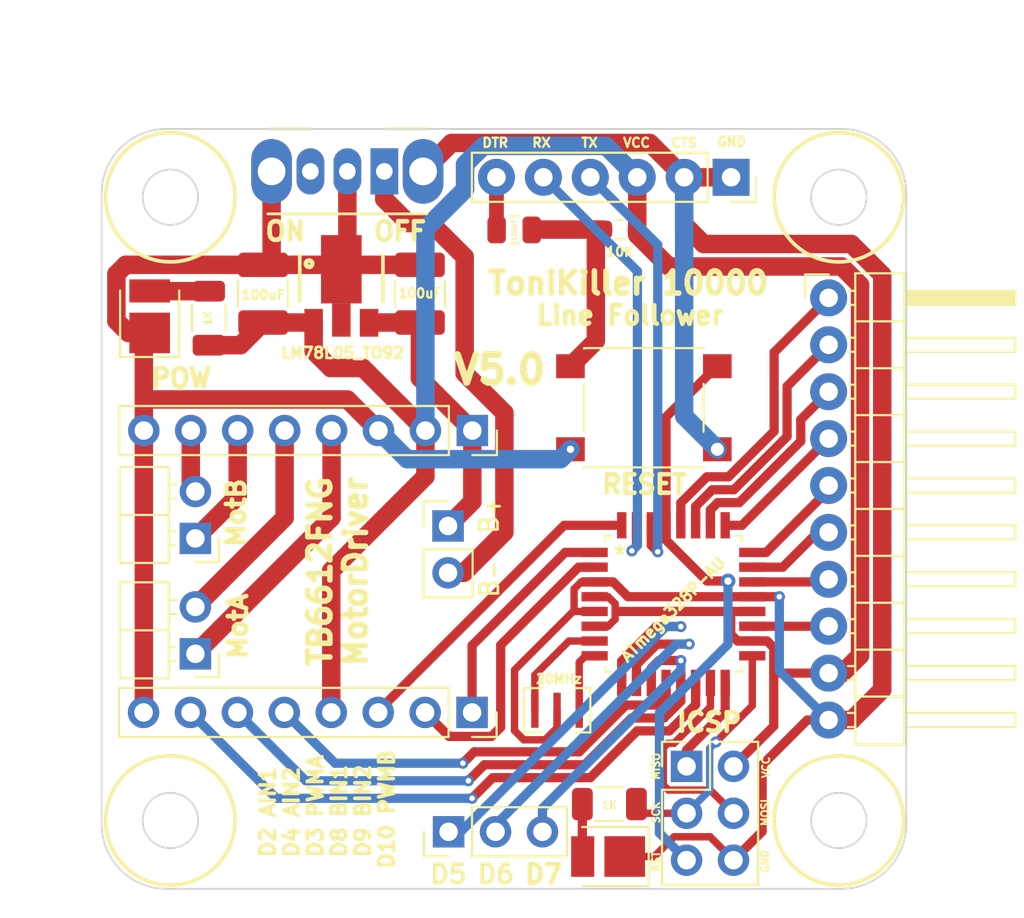
<source format=kicad_pcb>
(kicad_pcb (version 20221018) (generator pcbnew)
  (title_block (title "LineFollowerV5.0") (date "2024-01-10") (rev "10") (company "Tonikiller10000"))
  (layers (0 "F.Cu" signal) (31 "B.Cu" signal) (34 "B.Paste" user) (35 "F.Paste" user) (36 "B.SilkS" user "B.Silkscreen") (37 "F.SilkS" user "F.Silkscreen") (38 "B.Mask" user) (39 "F.Mask" user) (44 "Edge.Cuts" user))
  (net 0 "")
  (footprint "Connector_PinHeader_2.54mm:PinHeader_1x02_P2.54mm_Horizontal" (layer "F.Cu") (at 110.875 111.835 180)
    (fp_text reference "J7" hide)
    (fp_text value "MotB" (at -2.2 1.39 90) (layer "F.SilkS") (effects (font (thickness 0.25))))
    (pad "1" thru_hole rect (at 0 0 180) (size 1.7 1.7) (drill 1) (layers "*.Cu" "*.Mask"))
    (pad "2" thru_hole oval (at 0 2.54 180) (size 1.7 1.7) (drill 1) (layers "*.Cu" "*.Mask"))
  )
  (footprint "Connector_PinHeader_2.54mm:PinHeader_1x10_P2.54mm_Horizontal" (layer "F.Cu") (at 145.15 98.81)
    (fp_text reference "J5" hide)
    (fp_text value "Conn_01x10")
    (pad "1" thru_hole oval (at 0 0) (size 2 2) (drill 1) (layers "*.Cu" "*.Mask"))
    (pad "2" thru_hole oval (at 0 2.54) (size 2 2) (drill 1) (layers "*.Cu" "*.Mask"))
    (pad "3" thru_hole oval (at 0 5.08) (size 2 2) (drill 1) (layers "*.Cu" "*.Mask"))
    (pad "4" thru_hole oval (at 0 7.62) (size 2 2) (drill 1) (layers "*.Cu" "*.Mask"))
    (pad "5" thru_hole oval (at 0 10.16) (size 2 2) (drill 1) (layers "*.Cu" "*.Mask"))
    (pad "6" thru_hole oval (at 0 12.7) (size 2 2) (drill 1) (layers "*.Cu" "*.Mask"))
    (pad "7" thru_hole oval (at 0 15.24) (size 2 2) (drill 1) (layers "*.Cu" "*.Mask"))
    (pad "8" thru_hole oval (at 0 17.78) (size 2 2) (drill 1) (layers "*.Cu" "*.Mask"))
    (pad "9" thru_hole oval (at 0 20.32) (size 2 2) (drill 1) (layers "*.Cu" "*.Mask"))
    (pad "10" thru_hole oval (at 0 22.86) (size 2 2) (drill 1) (layers "*.Cu" "*.Mask"))
  )
  (footprint "Capacitor_SMD:C_1210_3225Metric_Pad1.33x2.70mm_HandSolder" (layer "F.Cu") (at 114.545 98.5825 90)
    (fp_text reference "C3" hide)
    (fp_text value "100uF" (at -0.07 0) (layer "F.SilkS") (effects (font (size 0.5 0.5) (thickness 0.125))))
    (pad "1" smd roundrect (at -1.5625 0 90) (size 1.325 2.7) (layers "F.Cu" "F.Paste" "F.Mask") (roundrect_rratio 0.188679))
    (pad "2" smd roundrect (at 1.5625 0 90) (size 1.325 2.7) (layers "F.Cu" "F.Paste" "F.Mask") (roundrect_rratio 0.188679))
  )
  (footprint "Connector_PinHeader_2.54mm:PinHeader_1x03_P2.54mm_Vertical" (layer "F.Cu") (at 124.579391 127.7228 90)
    (fp_text reference "J2" hide)
    (fp_text value "Conn_01x03")
    (pad "1" thru_hole rect (at 0 0 90) (size 1.7 1.7) (drill 1) (layers "*.Cu" "*.Mask"))
    (pad "2" thru_hole oval (at 0 2.54 90) (size 1.7 1.7) (drill 1) (layers "*.Cu" "*.Mask"))
    (pad "3" thru_hole oval (at 0 5.08 90) (size 1.7 1.7) (drill 1) (layers "*.Cu" "*.Mask"))
  )
  (footprint "Connector_PinHeader_2.54mm:PinHeader_1x02_P2.54mm_Horizontal" (layer "F.Cu") (at 110.875 118.085 180)
    (fp_text reference "J6" hide)
    (fp_text value "MotA" (at -2.3 1.49 90) (layer "F.SilkS") (effects (font (thickness 0.25))))
    (pad "1" thru_hole rect (at 0 0 180) (size 1.7 1.7) (drill 1) (layers "*.Cu" "*.Mask"))
    (pad "2" thru_hole oval (at 0 2.54 180) (size 1.7 1.7) (drill 1) (layers "*.Cu" "*.Mask"))
  )
  (footprint "LED_SMD:LED_PLCC_2835" (layer "F.Cu") (at 133.2122 129.0628 180)
    (fp_text reference "D2" hide)
    (fp_text value "BLINK")
    (pad "1" smd rect (at -0.9 0 180) (size 2.2 2.2) (layers "F.Cu" "F.Paste" "F.Mask"))
    (pad "2" smd rect (at 1.375 0 180) (size 1.25 2.2) (layers "F.Cu" "F.Paste" "F.Mask"))
  )
  (footprint "Connector_PinSocket_2.54mm:PinSocket_1x06_P2.54mm_Vertical" (layer "F.Cu") (at 139.87 92.28 -90)
    (fp_text reference "J4" hide)
    (fp_text value "Conn_01x06_MountingPin")
    (pad "1" thru_hole rect (at 0 0 270) (size 2 2) (drill 1) (layers "*.Cu" "*.Mask"))
    (pad "2" thru_hole oval (at 0 2.54 270) (size 2 2) (drill 1) (layers "*.Cu" "*.Mask"))
    (pad "3" thru_hole oval (at 0 5.08 270) (size 2 2) (drill 1) (layers "*.Cu" "*.Mask"))
    (pad "4" thru_hole oval (at 0 7.62 270) (size 2 2) (drill 1) (layers "*.Cu" "*.Mask"))
    (pad "5" thru_hole oval (at 0 10.16 270) (size 2 2) (drill 1) (layers "*.Cu" "*.Mask"))
    (pad "6" thru_hole oval (at 0 12.7 270) (size 2 2) (drill 1) (layers "*.Cu" "*.Mask"))
  )
  (footprint "Crystal:Resonator_SMD_Murata_CSTxExxV-3Pin_3.0x1.1mm" (layer "F.Cu") (at 130.45 121.1428)
    (fp_text reference "Y1" hide)
    (fp_text value "20MHz" (at 0.1 -1.7) (layer "F.SilkS") (effects (font (size 0.5 0.5) (thickness 0.125))))
    (pad "1" smd rect (at -1.2 0) (size 0.4 1.9) (layers "F.Cu" "F.Paste" "F.Mask"))
    (pad "2" smd rect (at 0 0) (size 0.4 1.9) (layers "F.Cu" "F.Paste" "F.Mask"))
    (pad "3" smd rect (at 1.2 0) (size 0.4 1.9) (layers "F.Cu" "F.Paste" "F.Mask"))
  )
  (footprint "Connector_PinSocket_2.54mm:PinSocket_1x08_P2.54mm_Vertical" (layer "F.Cu") (at 125.865 105.995 -90)
    (fp_text reference "J8" hide)
    (fp_text value "BAT")
    (pad "1" thru_hole rect (at 0 0 270) (size 1.7 1.7) (drill 1) (layers "*.Cu" "*.Mask"))
    (pad "2" thru_hole oval (at 0 2.54 270) (size 1.7 1.7) (drill 1) (layers "*.Cu" "*.Mask"))
    (pad "3" thru_hole oval (at 0 5.08 270) (size 1.7 1.7) (drill 1) (layers "*.Cu" "*.Mask"))
    (pad "4" thru_hole oval (at 0 7.62 270) (size 1.7 1.7) (drill 1) (layers "*.Cu" "*.Mask"))
    (pad "5" thru_hole oval (at 0 10.16 270) (size 1.7 1.7) (drill 1) (layers "*.Cu" "*.Mask"))
    (pad "6" thru_hole oval (at 0 12.7 270) (size 1.7 1.7) (drill 1) (layers "*.Cu" "*.Mask"))
    (pad "7" thru_hole oval (at 0 15.24 270) (size 1.7 1.7) (drill 1) (layers "*.Cu" "*.Mask"))
    (pad "8" thru_hole oval (at 0 17.78 270) (size 1.7 1.7) (drill 1) (layers "*.Cu" "*.Mask"))
  )
  (footprint "Capacitor_SMD:C_1210_3225Metric_Pad1.33x2.70mm_HandSolder" (layer "F.Cu") (at 123.025 98.5825 90)
    (fp_text reference "C2" hide)
    (fp_text value "100uF" (at 0.02 0.01) (layer "F.SilkS") (effects (font (size 0.5 0.5))))
    (pad "1" smd roundrect (at -1.5625 0 90) (size 1.325 2.7) (layers "F.Cu" "F.Paste" "F.Mask") (roundrect_rratio 0.188679))
    (pad "2" smd roundrect (at 1.5625 0 90) (size 1.325 2.7) (layers "F.Cu" "F.Paste" "F.Mask") (roundrect_rratio 0.188679))
  )
  (footprint "Connector_PinHeader_2.54mm:PinHeader_1x02_P2.54mm_Vertical" (layer "F.Cu") (at 124.55 111.16)
    (fp_text reference "J1" hide)
    (fp_text value "BAT" hide)
    (pad "1" thru_hole rect (at 0 0) (size 1.7 1.7) (drill 1) (layers "*.Cu" "*.Mask"))
    (pad "2" thru_hole oval (at 0 2.54) (size 1.7 1.7) (drill 1) (layers "*.Cu" "*.Mask"))
  )
  (footprint "Resistor_SMD:R_1206_3216Metric" (layer "F.Cu") (at 133.2822 126.2228)
    (fp_text reference "R3" hide)
    (fp_text value "1K" (at 0 0.05) (layer "F.SilkS") (effects (font (size 0.4 0.4) (thickness 0.1))))
    (pad "1" smd roundrect (at -1.4625 0) (size 1.125 1.75) (layers "F.Cu" "F.Paste" "F.Mask") (roundrect_rratio 0.222222))
    (pad "2" smd roundrect (at 1.4625 0) (size 1.125 1.75) (layers "F.Cu" "F.Paste" "F.Mask") (roundrect_rratio 0.222222))
  )
  (footprint "Connector_PinHeader_2.54mm:PinHeader_2x03_P2.54mm_Vertical" (layer "F.Cu") (at 137.46 124.18)
    (fp_text reference "J3" hide)
    (fp_text value "ICSP" (at 1.2222 -2.3772 unlocked) (layer "F.SilkS") (effects (font (thickness 0.25))))
    (pad "1" thru_hole rect (at 0 0) (size 1.7 1.7) (drill 1) (layers "*.Cu" "*.Mask"))
    (pad "2" thru_hole oval (at 2.54 0) (size 1.7 1.7) (drill 1) (layers "*.Cu" "*.Mask"))
    (pad "3" thru_hole oval (at 0 2.54) (size 1.7 1.7) (drill 1) (layers "*.Cu" "*.Mask"))
    (pad "4" thru_hole oval (at 2.54 2.54) (size 1.7 1.7) (drill 1) (layers "*.Cu" "*.Mask"))
    (pad "5" thru_hole oval (at 0 5.08) (size 1.7 1.7) (drill 1) (layers "*.Cu" "*.Mask"))
    (pad "6" thru_hole oval (at 2.54 5.08) (size 1.7 1.7) (drill 1) (layers "*.Cu" "*.Mask"))
  )
  (footprint "LED_SMD:LED_PLCC_2835" (layer "F.Cu") (at 108.4 99.81 90)
    (fp_text reference "D1" hide)
    (fp_text value "POW")
    (pad "1" smd rect (at -0.9 0 90) (size 2.2 2.2) (layers "F.Cu" "F.Paste" "F.Mask"))
    (pad "2" smd rect (at 1.375 0 90) (size 1.25 2.2) (layers "F.Cu" "F.Paste" "F.Mask"))
  )
  (footprint "Capacitor_SMD:C_0805_2012Metric" (layer "F.Cu") (at 128.13 95.13)
    (fp_text reference "C6" hide)
    (fp_text value "100nF" (at 0.01 0.01 90) (layer "F.SilkS") (effects (font (size 0.25 0.25))))
    (pad "1" smd roundrect (at -0.95 0) (size 1 1.45) (layers "F.Cu" "F.Paste" "F.Mask"))
    (pad "2" smd roundrect (at 0.95 0) (size 1 1.45) (layers "F.Cu" "F.Paste" "F.Mask"))
  )
  (footprint "78L05:PK(R-PSSO-F3)" (layer "F.Cu") (at 118.775 96.51)
    (fp_text reference "U2" hide)
    (fp_text value "LM78L05_TO92" (at 0.06 5.2825) (layer "F.SilkS") (effects (font (size 0.6 0.6))))
    (pad "1" smd rect (at -1.5 3.65) (size 1 1.5) (layers "F.Cu" "F.Paste" "F.Mask"))
    (pad "2" smd rect (at 0 0.75) (size 2.2 3.7) (layers "F.Cu" "F.Paste" "F.Mask"))
    (pad "2" smd rect (at 0 3.5) (size 1 1.8) (layers "F.Cu" "F.Paste" "F.Mask"))
    (pad "3" smd rect (at 1.5 3.65) (size 1 1.5) (layers "F.Cu" "F.Paste" "F.Mask"))
  )
  (footprint "TQFP32_32A_MCH" (layer "F.Cu") (at 136.75 115.3928)
    (fp_text reference "U1" hide)
    (fp_text value "ATmega328P-AU " (at 0.1364 0.13 45 unlocked) (layer "F.SilkS") (effects (font (size 0.6 0.6))))
    (fp_text user "*" (at -2.92 -2.62) (layer "F.SilkS"))
    (pad "1" smd rect (at -4.2672 -2.799999 90) (size 0.508 1.4224) (layers "F.Cu" "F.Paste" "F.Mask"))
    (pad "2" smd rect (at -4.2672 -2.000001 90) (size 0.508 1.4224) (layers "F.Cu" "F.Paste" "F.Mask"))
    (pad "3" smd rect (at -4.2672 -1.2 90) (size 0.508 1.4224) (layers "F.Cu" "F.Paste" "F.Mask"))
    (pad "4" smd rect (at -4.2672 -0.399999 90) (size 0.508 1.4224) (layers "F.Cu" "F.Paste" "F.Mask"))
    (pad "5" smd rect (at -4.2672 0.399999 90) (size 0.508 1.4224) (layers "F.Cu" "F.Paste" "F.Mask"))
    (pad "6" smd rect (at -4.2672 1.2 90) (size 0.508 1.4224) (layers "F.Cu" "F.Paste" "F.Mask"))
    (pad "7" smd rect (at -4.2672 1.999999 90) (size 0.508 1.4224) (layers "F.Cu" "F.Paste" "F.Mask"))
    (pad "8" smd rect (at -4.2672 2.799999 90) (size 0.508 1.4224) (layers "F.Cu" "F.Paste" "F.Mask"))
    (pad "9" smd rect (at -2.799999 4.2672) (size 0.508 1.4224) (layers "F.Cu" "F.Paste" "F.Mask"))
    (pad "10" smd rect (at -2.000001 4.2672) (size 0.508 1.4224) (layers "F.Cu" "F.Paste" "F.Mask"))
    (pad "11" smd rect (at -1.2 4.2672) (size 0.508 1.4224) (layers "F.Cu" "F.Paste" "F.Mask"))
    (pad "12" smd rect (at -0.399999 4.2672) (size 0.508 1.4224) (layers "F.Cu" "F.Paste" "F.Mask"))
    (pad "13" smd rect (at 0.399999 4.2672) (size 0.508 1.4224) (layers "F.Cu" "F.Paste" "F.Mask"))
    (pad "14" smd rect (at 1.2 4.2672) (size 0.508 1.4224) (layers "F.Cu" "F.Paste" "F.Mask"))
    (pad "15" smd rect (at 1.999999 4.2672) (size 0.508 1.4224) (layers "F.Cu" "F.Paste" "F.Mask"))
    (pad "16" smd rect (at 2.799999 4.2672) (size 0.508 1.4224) (layers "F.Cu" "F.Paste" "F.Mask"))
    (pad "17" smd rect (at 4.2672 2.799999 90) (size 0.508 1.4224) (layers "F.Cu" "F.Paste" "F.Mask"))
    (pad "18" smd rect (at 4.2672 2.000001 90) (size 0.508 1.4224) (layers "F.Cu" "F.Paste" "F.Mask"))
    (pad "19" smd rect (at 4.2672 1.2 90) (size 0.508 1.4224) (layers "F.Cu" "F.Paste" "F.Mask"))
    (pad "20" smd rect (at 4.2672 0.399999 90) (size 0.508 1.4224) (layers "F.Cu" "F.Paste" "F.Mask"))
    (pad "21" smd rect (at 4.2672 -0.399999 90) (size 0.508 1.4224) (layers "F.Cu" "F.Paste" "F.Mask"))
    (pad "22" smd rect (at 4.2672 -1.2 90) (size 0.508 1.4224) (layers "F.Cu" "F.Paste" "F.Mask"))
    (pad "23" smd rect (at 4.2672 -1.999999 90) (size 0.508 1.4224) (layers "F.Cu" "F.Paste" "F.Mask"))
    (pad "24" smd rect (at 4.2672 -2.799999 90) (size 0.508 1.4224) (layers "F.Cu" "F.Paste" "F.Mask"))
    (pad "25" smd rect (at 2.799999 -4.2672) (size 0.508 1.4224) (layers "F.Cu" "F.Paste" "F.Mask"))
    (pad "26" smd rect (at 2.000001 -4.2672) (size 0.508 1.4224) (layers "F.Cu" "F.Paste" "F.Mask"))
    (pad "27" smd rect (at 1.2 -4.2672) (size 0.508 1.4224) (layers "F.Cu" "F.Paste" "F.Mask"))
    (pad "28" smd rect (at 0.399999 -4.2672) (size 0.508 1.4224) (layers "F.Cu" "F.Paste" "F.Mask"))
    (pad "29" smd rect (at -0.399999 -4.2672) (size 0.508 1.4224) (layers "F.Cu" "F.Paste" "F.Mask"))
    (pad "30" smd rect (at -1.2 -4.2672) (size 0.508 1.4224) (layers "F.Cu" "F.Paste" "F.Mask"))
    (pad "31" smd rect (at -1.999999 -4.2672) (size 0.508 1.4224) (layers "F.Cu" "F.Paste" "F.Mask"))
    (pad "32" smd rect (at -2.799999 -4.2672) (size 0.508 1.4224) (layers "F.Cu" "F.Paste" "F.Mask"))
  )
  (footprint "Resistor_SMD:R_1206_3216Metric" (layer "F.Cu") (at 111.6 99.91 -90)
    (fp_text reference "R2" hide)
    (fp_text value "1K" (at 0 0.05 90) (layer "F.SilkS") (effects (font (size 0.4 0.4) (thickness 0.1))))
    (pad "1" smd roundrect (at -1.4625 0 270) (size 1.125 1.75) (layers "F.Cu" "F.Paste" "F.Mask") (roundrect_rratio 0.222222))
    (pad "2" smd roundrect (at 1.4625 0 270) (size 1.125 1.75) (layers "F.Cu" "F.Paste" "F.Mask") (roundrect_rratio 0.222222))
  )
  (footprint "Button_Switch_SMD:SW_Push_1P1T_NO_6x6mm_H9.5mm" (layer "F.Cu") (at 135.15 104.76 180)
    (fp_text reference "SW1" hide)
    (fp_text value "RESET" (at -0.0322 -4.1528) (layer "F.SilkS") (effects (font (thickness 0.25))))
    (pad "1" smd rect (at -3.975 -2.25 180) (size 1.55 1.3) (layers "F.Cu" "F.Paste" "F.Mask"))
    (pad "1" smd rect (at 3.975 -2.25 180) (size 1.55 1.3) (layers "F.Cu" "F.Paste" "F.Mask"))
    (pad "2" smd rect (at -3.975 2.25 180) (size 1.55 1.3) (layers "F.Cu" "F.Paste" "F.Mask"))
    (pad "2" smd rect (at 3.975 2.25 180) (size 1.55 1.3) (layers "F.Cu" "F.Paste" "F.Mask"))
  )
  (footprint "Resistor_SMD:R_0603_1608Metric_Pad0.98x0.95mm_HandSolder" (layer "F.Cu") (at 133.855 95.11)
    (fp_text reference "R1" hide)
    (fp_text value "10K" (at 0 1.2) (layer "F.SilkS") (effects (font (size 0.5 0.5) (thickness 0.125))))
    (pad "1" smd roundrect (at -0.9125 0) (size 0.975 0.95) (layers "F.Cu" "F.Paste" "F.Mask"))
    (pad "2" smd roundrect (at 0.9125 0) (size 0.975 0.95) (layers "F.Cu" "F.Paste" "F.Mask"))
  )
  (footprint "Button_Switch_THT:SW_CuK_OS102011MA1QN1_SPDT_Angled" (layer "F.Cu") (at 121.1 91.96 180)
    (fp_text reference "SW2" hide)
    (fp_text value "SW_SPDT" hide)
    (pad "" thru_hole oval (at -2.1 0 180) (size 2.2 3.5) (drill 1.5) (layers "*.Cu" "*.Mask"))
    (pad "" thru_hole oval (at 6.1 0 180) (size 2.2 3.5) (drill 1.5) (layers "*.Cu" "*.Mask"))
    (pad "1" thru_hole rect (at 0 0 180) (size 1.5 2.5) (drill 0.9) (layers "*.Cu" "*.Mask"))
    (pad "2" thru_hole oval (at 2 0 180) (size 1.5 2.5) (drill 0.9) (layers "*.Cu" "*.Mask"))
    (pad "3" thru_hole oval (at 4 0 180) (size 1.5 2.5) (drill 0.9) (layers "*.Cu" "*.Mask"))
  )
  (footprint "Connector_PinSocket_2.54mm:PinSocket_1x08_P2.54mm_Vertical" (layer "F.Cu") (at 125.85 121.26 -90)
    (fp_text reference "J9" hide)
    (fp_text value "Conn_01x03")
    (pad "1" thru_hole rect (at 0 0 270) (size 1.7 1.7) (drill 1) (layers "*.Cu" "*.Mask"))
    (pad "2" thru_hole oval (at 0 2.54 270) (size 1.7 1.7) (drill 1) (layers "*.Cu" "*.Mask"))
    (pad "3" thru_hole oval (at 0 5.08 270) (size 1.7 1.7) (drill 1) (layers "*.Cu" "*.Mask"))
    (pad "4" thru_hole oval (at 0 7.62 270) (size 1.7 1.7) (drill 1) (layers "*.Cu" "*.Mask"))
    (pad "5" thru_hole oval (at 0 10.16 270) (size 1.7 1.7) (drill 1) (layers "*.Cu" "*.Mask"))
    (pad "6" thru_hole oval (at 0 12.7 270) (size 1.7 1.7) (drill 1) (layers "*.Cu" "*.Mask"))
    (pad "7" thru_hole oval (at 0 15.24 270) (size 1.7 1.7) (drill 1) (layers "*.Cu" "*.Mask"))
    (pad "8" thru_hole oval (at 0 17.78 270) (size 1.7 1.7) (drill 1) (layers "*.Cu" "*.Mask"))
  )
  (gr_circle (center 109.52 127.11) (end 113.02 127.11) (stroke (width 0.2)) (fill none) (layer "F.SilkS"))
  (gr_circle (center 109.52 93.36) (end 113.02 93.36) (stroke (width 0.2)) (fill none) (layer "F.SilkS"))
  (gr_circle (center 145.7 127.11) (end 149.2 127.11) (stroke (width 0.2)) (fill none) (layer "F.SilkS"))
  (gr_circle (center 145.7 93.36) (end 149.2 93.36) (stroke (width 0.2)) (fill none) (layer "F.SilkS"))
  (gr_line (start 109.3 89.66) (end 145.85 89.66) (stroke (width 0.1)) (layer "Edge.Cuts"))
  (gr_arc (start 105.8 93.16) (mid 106.825126 90.685126) (end 109.3 89.66) (stroke (width 0.1)) (layer "Edge.Cuts"))
  (gr_circle (center 109.52 127.11) (end 111.02 127.11) (stroke (width 0.1)) (fill none) (layer "Edge.Cuts"))
  (gr_circle (center 109.52 93.36) (end 111.02 93.36) (stroke (width 0.1)) (fill none) (layer "Edge.Cuts"))
  (gr_line (start 145.85 130.81) (end 109.3 130.81) (stroke (width 0.1)) (layer "Edge.Cuts"))
  (gr_arc (start 145.85 89.66) (mid 148.324874 90.685126) (end 149.35 93.16) (stroke (width 0.1)) (layer "Edge.Cuts"))
  (gr_arc (start 109.3 130.81) (mid 106.825126 129.784874) (end 105.8 127.31) (stroke (width 0.1)) (layer "Edge.Cuts"))
  (gr_arc (start 149.35 127.31) (mid 148.324874 129.784874) (end 145.85 130.81) (stroke (width 0.1)) (layer "Edge.Cuts"))
  (gr_circle (center 145.7 127.11) (end 147.2 127.11) (stroke (width 0.1)) (fill none) (layer "Edge.Cuts"))
  (gr_line (start 105.8 127.31) (end 105.8 93.16) (stroke (width 0.1)) (layer "Edge.Cuts"))
  (gr_line (start 149.35 93.16) (end 149.35 127.31) (stroke (width 0.1)) (layer "Edge.Cuts"))
  (gr_circle (center 145.7 93.36) (end 147.2 93.36) (stroke (width 0.1)) (fill none) (layer "Edge.Cuts"))
  (gr_text "RST" (at 135.81 129.33 90) (layer "F.SilkS") (effects (font (size 0.4 0.4) (thickness 0.1))))
  (gr_text "OFF\n" (at 121.95 95.21) (layer "F.SilkS") (effects (font (size 1 1) (thickness 0.25))))
  (gr_text "B_{+}" (at 126.7722 110.5928 90) (layer "F.SilkS") (effects (font (size 1 1))))
  (gr_text "TX" (at 132.205 90.41) (layer "F.SilkS") (effects (font (size 0.5 0.5) (thickness 0.125) bold)))
  (gr_text "GND" (at 141.71 129.33 90) (layer "F.SilkS") (effects (font (size 0.4 0.4) (thickness 0.1))))
  (gr_text "B_{-}" (at 126.7922 114.0528 90) (layer "F.SilkS") (effects (font (size 1 1))))
  (gr_text "SCK" (at 135.81 126.68 90) (layer "F.SilkS") (effects (font (size 0.4 0.4) (thickness 0.1))))
  (gr_text "Line Follower" (at 134.4 99.76) (layer "F.SilkS") (effects (font (size 1 1) (thickness 0.25))))
  (gr_text " D2 AIN1\n D4 AIN2\n D3 PWMA\n D8 BIN1\n D9 BIN2\nD10 PWMB" (at 118.0122 129.8128 90) (layer "F.SilkS") (effects (font (size 0.8 0.8) (thickness 0.2)) (justify left)))
  (gr_text "MOSI\n" (at 141.71 126.68 90) (layer "F.SilkS") (effects (font (size 0.4 0.4) (thickness 0.1))))
  (gr_text "ToniKiller 10000\n" (at 134.3 98.01) (layer "F.SilkS") (effects (font (size 1.2 1.2) (thickness 0.3))))
  (gr_text "D6" (at 127.135009 130.0228) (layer "F.SilkS") (effects (font (size 1 1) (thickness 0.2))))
  (gr_text "D5" (at 124.5722 130.0228) (layer "F.SilkS") (effects (font (size 1 1) (thickness 0.2))))
  (gr_text "VCC" (at 134.755 90.41) (layer "F.SilkS") (effects (font (size 0.5 0.5) (thickness 0.125) bold)))
  (gr_text "GND" (at 139.895 90.36) (layer "F.SilkS") (effects (font (size 0.5 0.5) (thickness 0.125) bold)))
  (gr_text "POW" (at 110.1 103.16) (layer "F.SilkS") (effects (font (size 1 1) (thickness 0.25))))
  (gr_text "MISO\n" (at 135.81 124.18 90) (layer "F.SilkS") (effects (font (size 0.4 0.4) (thickness 0.1))))
  (gr_text "CTS" (at 137.325 90.41) (layer "F.SilkS") (effects (font (size 0.5 0.5) (thickness 0.125) bold)))
  (gr_text "TB6612FNG \nMotorDriver" (at 120.25 118.91 90) (layer "F.SilkS") (effects (font (size 1.2 1.2) (thickness 0.3) bold) (justify left bottom)))
  (gr_text "ON" (at 115.75 95.21) (layer "F.SilkS") (effects (font (size 1 1) (thickness 0.25))))
  (gr_text "D7\n" (at 129.7222 130.0228) (layer "F.SilkS") (effects (font (size 1 1) (thickness 0.25) bold)))
  (gr_text "DTR" (at 127.105 90.41) (layer "F.SilkS") (effects (font (size 0.5 0.5) (thickness 0.125) bold)))
  (gr_text "VCC" (at 141.76 124.23 90) (layer "F.SilkS") (effects (font (size 0.4 0.4) (thickness 0.1))))
  (gr_text "V5.0" (at 127.35 102.71) (layer "F.SilkS") (effects (font (size 1.5 1.5) (thickness 0.375))))
  (gr_text "RX" (at 129.605 90.41) (layer "F.SilkS") (effects (font (size 0.5 0.5) (thickness 0.125) bold)))
  (segment (start 140.02005 109.2) (end 142.9 106.32005) (width 0.5) (layer "F.Cu") (net 0))
  (segment (start 120.77 121.26) (end 120.77 121.19) (width 0.5) (layer "F.Cu") (net 0))
  (segment (start 139.87 92.28) (end 137.33 92.28) (width 1) (layer "F.Cu") (net 0))
  (segment (start 132.4828 114.1928) (end 131.751915 114.1928) (width 0.4) (layer "F.Cu") (net 0))
  (segment (start 131.8197 126.2228) (end 131.8197 129.0453) (width 0.5) (layer "F.Cu") (net 0))
  (segment (start 124.55 113.7) (end 125.4 113.7) (width 1) (layer "F.Cu") (net 0))
  (segment (start 135.55 112.21) (end 135.9 112.56) (width 0.5) (layer "F.Cu") (net 0))
  (segment (start 106.6 100.06) (end 107.25 100.71) (width 1) (layer "F.Cu") (net 0))
  (segment (start 108.085 101.025) (end 108.4 100.71) (width 1) (layer "F.Cu") (net 0))
  (segment (start 129.8 122.7428) (end 128.65 122.7428) (width 0.4) (layer "F.Cu") (net 0))
  (segment (start 115.705 110.715) (end 110.875 115.545) (width 1) (layer "F.Cu") (net 0))
  (segment (start 134.7447 126.2228) (end 135.2419 126.72) (width 0.4) (layer "F.Cu") (net 0))
  (segment (start 139.85 117.027196) (end 139.85 115.81) (width 0.5) (layer "F.Cu") (net 0))
  (segment (start 107.10005 97.02) (end 106.6 97.52005) (width 1) (layer "F.Cu") (net 0))
  (segment (start 117.275 100.16) (end 117.275 101.685) (width 1) (layer "F.Cu") (net 0))
  (segment (start 137.95 110.10005) (end 138.850051 109.2) (width 0.5) (layer "F.Cu") (net 0))
  (segment (start 134.79 93.9928) (end 134.79 95.4006) (width 1) (layer "F.Cu") (net 0))
  (segment (start 139.125 102.51) (end 139.1 102.51) (width 0.5) (layer "F.Cu") (net 0))
  (segment (start 135.818505 116.61) (end 133.950001 118.478504) (width 0.5) (layer "F.Cu") (net 0))
  (segment (start 131.421599 115.792799) (end 131.3716 115.7428) (width 0.4) (layer "F.Cu") (net 0))
  (segment (start 113.165 109.545) (end 110.875 111.835) (width 1) (layer "F.Cu") (net 0))
  (segment (start 136.2 125.185686) (end 136.477114 125.4628) (width 0.4) (layer "F.Cu") (net 0))
  (segment (start 125.85 125.91) (end 126.9672 124.7928) (width 0.5) (layer "F.Cu") (net 0))
  (segment (start 141.0172 117.392801) (end 140.215605 117.392801) (width 0.5) (layer "F.Cu") (net 0))
  (segment (start 115 96.565) (end 114.545 97.02) (width 1) (layer "F.Cu") (net 0))
  (segment (start 134.79 95.4006) (end 136.4994 97.11) (width 1) (layer "F.Cu") (net 0))
  (segment (start 128.15 118.96) (end 131.3672 115.7428) (width 0.4) (layer "F.Cu") (net 0))
  (segment (start 134.4828 121.56) (end 136.241545 121.56) (width 0.5) (layer "F.Cu") (net 0))
  (segment (start 145.895 119.13) (end 145.15 119.13) (width 1) (layer "F.Cu") (net 0))
  (segment (start 108.085 121.245) (end 108.07 121.26) (width 1) (layer "F.Cu") (net 0))
  (segment (start 125.85 117.635) (end 130.892199 112.592801) (width 0.5) (layer "F.Cu") (net 0))
  (segment (start 123.325 108.485) (end 118.23 113.58) (width 1) (layer "F.Cu") (net 0))
  (segment (start 136.2 123.174314) (end 136.2 125.185686) (width 0.4) (layer "F.Cu") (net 0))
  (segment (start 141.767199 112.592801) (end 145.15 109.21) (width 0.5) (layer "F.Cu") (net 0))
  (segment (start 132.4828 116.5928) (end 133.213685 116.5928) (width 0.4) (layer "F.Cu") (net 0))
  (segment (start 123.31 121.26) (end 124.61 122.56) (width 0.5) (layer "F.Cu") (net 0))
  (segment (start 126.9 122.56) (end 127.4 122.06) (width 0.5) (layer "F.Cu") (net 0))
  (segment (start 117.26 100.145) (end 117.275 100.16) (width 1) (layer "F.Cu") (net 0))
  (segment (start 138.560102 108.5) (end 139.730099 108.500001) (width 0.5) (layer "F.Cu") (net 0))
  (segment (start 135.2419 126.72) (end 137.46 126.72) (width 0.4) (layer "F.Cu") (net 0))
  (segment (start 145.0072 114.1928) (end 145.15 114.05) (width 0.5) (layer "F.Cu") (net 0))
  (segment (start 127.6 105.04005) (end 125.45 102.89005) (width 1) (layer "F.Cu") (net 0))
  (segment (start 146.3822 95.8928) (end 138.3822 95.8928) (width 1) (layer "F.Cu") (net 0))
  (segment (start 127.4 122.06) (end 127.4 117.61) (width 0.5) (layer "F.Cu") (net 0))
  (segment (start 145.15 121.67) (end 143.99 121.67) (width 0.5) (layer "F.Cu") (net 0))
  (segment (start 137.149999 109.910103) (end 138.560102 108.5) (width 0.5) (layer "F.Cu") (net 0))
  (segment (start 118.245 105.995) (end 118.245 110.715) (width 1) (layer "F.Cu") (net 0))
  (segment (start 128.15 122.2428) (end 128.15 118.96) (width 0.4) (layer "F.Cu") (net 0))
  (segment (start 137.6 117.56) (end 135.858455 117.56) (width 0.5) (layer "F.Cu") (net 0))
  (segment (start 114.545 100.145) (end 117.26 100.145) (width 1) (layer "F.Cu") (net 0))
  (segment (start 148.05 120.025) (end 148.05 97.5606) (width 1) (layer "F.Cu") (net 0))
  (segment (start 125.865 105.995) (end 125.865 109.845) (width 1) (layer "F.Cu") (net 0))
  (segment (start 110.625 109.045) (end 110.875 109.295) (width 1) (layer "F.Cu") (net 0))
  (segment (start 123.621004 94.76) (end 122.4 94.76) (width 1) (layer "F.Cu") (net 0))
  (segment (start 135.951596 120.86) (end 136.350001 120.461595) (width 0.5) (layer "F.Cu") (net 0))
  (segment (start 110.625 105.995) (end 110.625 109.045) (width 1) (layer "F.Cu") (net 0))
  (segment (start 140 129.26) (end 138.7328 127.9928) (width 0.4) (layer "F.Cu") (net 0))
  (segment (start 137.33 92.28) (end 135.47005 90.42005) (width 1) (layer "F.Cu") (net 0))
  (segment (start 146.85 118.175) (end 145.895 119.13) (width 1) (layer "F.Cu") (net 0))
  (segment (start 129.25 121.1428) (end 129.25 119.235) (width 0.4) (layer "F.Cu") (net 0))
  (segment (start 137.149999 120.651547) (end 137.149999 119.66) (width 0.5) (layer "F.Cu") (net 0))
  (segment (start 146.405 121.67) (end 148.05 120.025) (width 1) (layer "F.Cu") (net 0))
  (segment (start 114.545 97.02) (end 107.10005 97.02) (width 1) (layer "F.Cu") (net 0))
  (segment (start 135.47005 90.42005) (end 124.73995 90.42005) (width 1) (layer "F.Cu") (net 0))
  (segment (start 141.55 127.71) (end 140 129.26) (width 0.5) (layer "F.Cu") (net 0))
  (segment (start 108.085 105.995) (end 108.085 104.31) (width 1) (layer "F.Cu") (net 0))
  (segment (start 134.7828 122.26) (end 136.531494 122.26) (width 0.5) (layer "F.Cu") (net 0))
  (segment (start 134.750001 111.1256) (end 134.750001 112.259999) (width 0.5) (layer "F.Cu") (net 0))
  (segment (start 138.7428 125.4628) (end 140 126.72) (width 0.4) (layer "F.Cu") (net 0))
  (segment (start 125.45 96.588996) (end 123.621004 94.76) (width 1) (layer "F.Cu") (net 0))
  (segment (start 135.7122 129.0628) (end 134.1122 129.0628) (width 0.4) (layer "F.Cu") (net 0))
  (segment (start 133.213685 116.5928) (end 133.594 116.212485) (width 0.4) (layer "F.Cu") (net 0))
  (segment (start 140.4544 111.1256) (end 139.549999 111.1256) (width 0.5) (layer "F.Cu") (net 0))
  (segment (start 145.1472 116.5928) (end 145.15 116.59) (width 0.5) (layer "F.Cu") (net 0))
  (segment (start 126.5172 124.0928) (end 131.95 124.0928) (width 0.5) (layer "F.Cu") (net 0))
  (segment (start 127.6 111.5) (end 127.6 105.04005) (width 1) (layer "F.Cu") (net 0))
  (segment (start 139.549999 119.66) (end 139.549999 121.210001) (width 0.5) (layer "F.Cu") (net 0))
  (segment (start 142.2 106.0301) (end 142.2 101.76) (width 0.5) (layer "F.Cu") (net 0))
  (segment (start 141.0172 120.8928) (end 139.05 122.86) (width 0.4) (layer "F.Cu") (net 0))
  (segment (start 137.149999 111.1256) (end 137.149999 109.910103) (width 0.5) (layer "F.Cu") (net 0))
  (segment (start 132.4828 114.1928) (end 133.482863 114.1928) (width 0.5) (layer "F.Cu") (net 0))
  (segment (start 136.477114 125.4628) (end 138.7428 125.4628) (width 0.4) (layer "F.Cu") (net 0))
  (segment (start 138.850051 109.2) (end 140.02005 109.2) (width 0.5) (layer "F.Cu") (net 0))
  (segment (start 141.818798 117.392801) (end 142.1784 117.752403) (width 0.5) (layer "F.Cu") (net 0))
  (segment (start 134.749999 118.668456) (end 134.749999 119.66) (width 0.5) (layer "F.Cu") (net 0))
  (segment (start 134.79 93.9928) (end 134.79 95.0875) (width 1) (layer "F.Cu") (net 0))
  (segment (start 145.15 109.21) (end 145.15 108.97) (width 0.5) (layer "F.Cu") (net 0))
  (segment (start 142.2 101.76) (end 145.15 98.81) (width 0.5) (layer "F.Cu") (net 0))
  (segment (start 141.0172 118.192799) (end 141.0172 120.8928) (width 0.4) (layer "F.Cu") (net 0))
  (segment (start 143.64 105.4) (end 145.15 103.89) (width 0.5) (layer "F.Cu") (net 0))
  (segment (start 138.749999 119.66) (end 138.749999 120.960733) (width 0.4) (layer "F.Cu") (net 0))
  (segment (start 136.7822 127.9928) (end 135.7122 129.0628) (width 0.4) (layer "F.Cu") (net 0))
  (segment (start 118.2 102.61) (end 119.95 102.61) (width 1) (layer "F.Cu") (net 0))
  (segment (start 143.99 121.67) (end 141.55 124.11) (width 0.5) (layer "F.Cu") (net 0))
  (segment (start 106.6 97.52005) (end 106.6 100.06) (width 1) (layer "F.Cu") (net 0))
  (segment (start 141.0172 116.5928) (end 145.1472 116.5928) (width 0.5) (layer "F.Cu") (net 0))
  (segment (start 131.3672 115.7428) (end 131.3716 115.7428) (width 0.4) (layer "F.Cu") (net 0))
  (segment (start 136.350001 120.461595) (end 136.350001 119.66) (width 0.5) (layer "F.Cu") (net 0))
  (segment (start 123.325 105.985) (end 123.325 105.995) (width 1) (layer "F.Cu") (net 0))
  (segment (start 133.213688 114.992801) (end 132.4828 114.992801) (width 0.4) (layer "F.Cu") (net 0))
  (segment (start 124.61 122.56) (end 126.9 122.56) (width 0.5) (layer "F.Cu") (net 0))
  (segment (start 125.65 124.96) (end 126.5172 124.0928) (width 0.5) (layer "F.Cu") (net 0))
  (segment (start 133.644 115.81) (end 133.644 115.86) (width 0.5) (layer "F.Cu") (net 0))
  (segment (start 111.6 101.3725) (end 113.3175 101.3725) (width 1) (layer "F.Cu") (net 0))
  (segment (start 131.751915 114.1928) (end 131.3716 114.573115) (width 0.4) (layer "F.Cu") (net 0))
  (segment (start 134.79 95.0875) (end 134.7675 95.11) (width 1) (layer "F.Cu") (net 0))
  (segment (start 123.325 105.995) (end 123.325 108.485) (width 1) (layer "F.Cu") (net 0))
  (segment (start 133.661201 115.792799) (end 133.644 115.81) (width 0.5) (layer "F.Cu") (net 0))
  (segment (start 120.785 105.995) (end 119.1 104.31) (width 1) (layer "F.Cu") (net 0))
  (segment (start 120.77 121.19) (end 130.8344 111.1256) (width 0.5) (layer "F.Cu") (net 0))
  (segment (start 142.1984 119.13) (end 142.1784 119.11) (width 0.5) (layer "F.Cu") (net 0))
  (segment (start 111.6 98.4475) (end 108.4125 98.4475) (width 1) (layer "F.Cu") (net 0))
  (segment (start 145.15 119.13) (end 142.1984 119.13) (width 0.5) (layer "F.Cu") (net 0))
  (segment (start 121.1 93.46) (end 121.1 91.96) (width 1) (layer "F.Cu") (net 0))
  (segment (start 148.05 97.5606) (end 146.3822 95.8928) (width 1) (layer "F.Cu") (net 0))
  (segment (start 138.750001 111.1256) (end 138.750001 110.289999) (width 0.5) (layer "F.Cu") (net 0))
  (segment (start 136.350001 105.259999) (end 136.350001 111.1256) (width 0.5) (layer "F.Cu") (net 0))
  (segment (start 134.750001 112.259999) (end 134.5 112.51) (width 0.5) (layer "F.Cu") (net 0))
  (segment (start 119.1 96.935) (end 118.775 97.26) (width 1) (layer "F.Cu") (net 0))
  (segment (start 131.65 118.5428) (end 132.000001 118.192799) (width 0.4) (layer "F.Cu") (net 0))
  (segment (start 130.45 121.1428) (end 130.45 122.0928) (width 0.4) (layer "F.Cu") (net 0))
  (segment (start 139.85 115.81) (end 139.832799 115.792799) (width 0.5) (layer "F.Cu") (net 0))
  (segment (start 135.55 111.1256) (end 135.55 112.21) (width 0.5) (layer "F.Cu") (net 0))
  (segment (start 114.545 97.02) (end 116.25 97.02) (width 1) (layer "F.Cu") (net 0))
  (segment (start 135.55 119.66) (end 135.55 118.858405) (width 0.5) (layer "F.Cu") (net 0))
  (segment (start 136.350001 111.1256) (end 136.350001 111.927198) (width 0.5) (layer "F.Cu") (net 0))
  (segment (start 131.3716 114.573115) (end 131.3716 115.7428) (width 0.4) (layer "F.Cu") (net 0))
  (segment (start 141.0172 114.992801) (end 142.4822 114.9928) (width 0.5) (layer "F.Cu") (net 0))
  (segment (start 113.3175 101.3725) (end 114.545 100.145) (width 1) (layer "F.Cu") (net 0))
  (segment (start 141.0172 113.392801) (end 142.667199 113.392801) (width 0.5) (layer "F.Cu") (net 0))
  (segment (start 124.73995 90.42005) (end 123.2 91.96) (width 1) (layer "F.Cu") (net 0))
  (segment (start 144.55 111.51) (end 145.15 111.51) (width 0.5) (layer "F.Cu") (net 0))
  (segment (start 131.65 121.1428) (end 131.65 118.5428) (width 0.4) (layer "F.Cu") (net 0))
  (segment (start 138.750001 110.289999) (end 139.14 109.9) (width 0.5) (layer "F.Cu") (net 0))
  (segment (start 139.832799 115.792799) (end 141.0172 115.792799) (width 0.5) (layer "F.Cu") (net 0))
  (segment (start 132.25 124.7928) (end 134.7828 122.26) (width 0.5) (layer "F.Cu") (net 0))
  (segment (start 131.8197 129.0453) (end 131.8372 129.0628) (width 0.5) (layer "F.Cu") (net 0))
  (segment (start 137.15 116.61) (end 135.818505 116.61) (width 0.5) (layer "F.Cu") (net 0))
  (segment (start 138.749999 120.960733) (end 136.780732 122.93) (width 0.4) (layer "F.Cu") (net 0))
  (segment (start 119.1 104.31) (end 108.085 104.31) (width 1) (layer "F.Cu") (net 0))
  (segment (start 133.482863 114.1928) (end 134.282864 114.992801) (width 0.5) (layer "F.Cu") (net 0))
  (segment (start 136.780732 122.93) (end 136.444314 122.93) (width 0.4) (layer "F.Cu") (net 0))
  (segment (start 139.1 102.51) (end 136.350001 105.259999) (width 0.5) (layer "F.Cu") (net 0))
  (segment (start 135.55 118.858405) (end 135.959105 118.4493) (width 0.5) (layer "F.Cu") (net 0))
  (segment (start 132.55 95.5025) (end 132.9425 95.11) (width 1) (layer "F.Cu") (net 0))
  (segment (start 123.025 97.02) (end 118.775 97.02) (width 1) (layer "F.Cu") (net 0))
  (segment (start 139.14 109.9) (end 140.31 109.9) (width 0.5) (layer "F.Cu") (net 0))
  (segment (start 125.9672 123.3928) (end 131.65 123.3928) (width 0.5) (layer "F.Cu") (net 0))
  (segment (start 108.085 105.995) (end 108.085 121.245) (width 1) (layer "F.Cu") (net 0))
  (segment (start 131.95 124.0928) (end 134.4828 121.56) (width 0.5) (layer "F.Cu") (net 0))
  (segment (start 125.45 102.89005) (end 125.45 96.588996) (width 1) (layer "F.Cu") (net 0))
  (segment (start 142.667199 113.392801) (end 144.55 111.51) (width 0.5) (layer "F.Cu") (net 0))
  (segment (start 125.4 113.7) (end 127.6 111.5) (width 1) (layer "F.Cu") (net 0))
  (segment (start 142.1784 117.752403) (end 142.1784 119.11) (width 0.5) (layer "F.Cu") (net 0))
  (segment (start 134.282864 114.992801) (end 141.0172 114.992801) (width 0.5) (layer "F.Cu") (net 0))
  (segment (start 141.0172 114.1928) (end 145.0072 114.1928) (width 0.5) (layer "F.Cu") (net 0))
  (segment (start 118.23 113.58) (end 118.23 121.26) (width 1) (layer "F.Cu") (net 0))
  (segment (start 138.3822 95.8928) (end 137.33 94.8406) (width 1) (layer "F.Cu") (net 0))
  (segment (start 135.959105 118.4493) (end 137.15 118.4493) (width 0.5) (layer "F.Cu") (net 0))
  (segment (start 138.565603 114.1428) (end 139.7022 114.1428) (width 0.5) (layer "F.Cu") (net 0))
  (segment (start 141.55 124.11) (end 141.55 127.71) (width 0.5) (layer "F.Cu") (net 0))
  (segment (start 142.1784 122.0016) (end 140 124.18) (width 0.5) (layer "F.Cu") (net 0))
  (segment (start 136.350001 111.927198) (end 138.565603 114.1428) (width 0.5) (layer "F.Cu") (net 0))
  (segment (start 139.730099 108.500001) (end 142.2 106.0301) (width 0.5) (layer "F.Cu") (net 0))
  (segment (start 142.1784 119.11) (end 142.1784 122.0016) (width 0.5) (layer "F.Cu") (net 0))
  (segment (start 123.025 100.145) (end 120.29 100.145) (width 1) (layer "F.Cu") (net 0))
  (segment (start 130.45 122.0928) (end 129.8 122.7428) (width 0.4) (layer "F.Cu") (net 0))
  (segment (start 127.17 94.85) (end 127.18 94.86) (width 0.8) (layer "F.Cu") (net 0))
  (segment (start 131.175 102.51) (end 132.55 101.135) (width 1) (layer "F.Cu") (net 0))
  (segment (start 125.865 109.845) (end 124.55 111.16) (width 1) (layer "F.Cu") (net 0))
  (segment (start 136.531494 122.26) (end 137.95 120.841494) (width 0.5) (layer "F.Cu") (net 0))
  (segment (start 118.245 110.715) (end 110.875 118.085) (width 1) (layer "F.Cu") (net 0))
  (segment (start 137.95 120.841494) (end 137.95 119.66) (width 0.5) (layer "F.Cu") (net 0))
  (segment (start 135.858455 117.56) (end 134.749999 118.668456) (width 0.5) (layer "F.Cu") (net 0))
  (segment (start 146.85 98.105836) (end 146.85 118.175) (width 1) (layer "F.Cu") (net 0))
  (segment (start 132.4828 115.792799) (end 131.421599 115.792799) (width 0.4) (layer "F.Cu") (net 0))
  (segment (start 142.9 106.32005) (end 142.9 103.6) (width 0.5) (layer "F.Cu") (net 0))
  (segment (start 131.092201 117.392799) (end 132.4828 117.392799) (width 0.4) (layer "F.Cu") (net 0))
  (segment (start 145.854164 97.11) (end 146.85 98.105836) (width 1) (layer "F.Cu") (net 0))
  (segment (start 118.775 97.02) (end 118.775 97.26) (width 1) (layer "F.Cu") (net 0))
  (segment (start 129.25 119.235) (end 131.092201 117.392799) (width 0.4) (layer "F.Cu") (net 0))
  (segment (start 130.892199 112.592801) (end 132.4828 112.592801) (width 0.5) (layer "F.Cu") (net 0))
  (segment (start 137.95 111.1256) (end 137.95 110.10005) (width 0.5) (layer "F.Cu") (net 0))
  (segment (start 141.0172 117.392801) (end 141.818798 117.392801) (width 0.5) (layer "F.Cu") (net 0))
  (segment (start 138.7328 127.9928) (end 136.7822 127.9928) (width 0.4) (layer "F.Cu") (net 0))
  (segment (start 140.31 109.9) (end 143.64 106.57) (width 0.5) (layer "F.Cu") (net 0))
  (segment (start 123.025 100.145) (end 123.025 103.155) (width 1) (layer "F.Cu") (net 0))
  (segment (start 133.950001 118.478504) (end 133.950001 119.66) (width 0.5) (layer "F.Cu") (net 0))
  (segment (start 125.35 124.01) (end 125.9672 123.3928) (width 0.5) (layer "F.Cu") (net 0))
  (segment (start 125.85 121.26) (end 125.85 117.635) (width 0.5) (layer "F.Cu") (net 0))
  (segment (start 136.241545 121.56) (end 137.149999 120.651547) (width 0.5) (layer "F.Cu") (net 0))
  (segment (start 126.9672 124.7928) (end 132.25 124.7928) (width 0.5) (layer "F.Cu") (net 0))
  (segment (start 136.4994 97.11) (end 145.854164 97.11) (width 1) (layer "F.Cu") (net 0))
  (segment (start 131.617201 113.392799) (end 132.4828 113.392799) (width 0.5) (layer "F.Cu") (net 0))
  (segment (start 115 91.96) (end 115 96.565) (width 1) (layer "F.Cu") (net 0))
  (segment (start 136.444314 122.93) (end 136.2 123.174314) (width 0.4) (layer "F.Cu") (net 0))
  (segment (start 108.085 104.31) (end 108.085 101.025) (width 1) (layer "F.Cu") (net 0))
  (segment (start 139.832799 115.792799) (end 133.661201 115.792799) (width 0.5) (layer "F.Cu") (net 0))
  (segment (start 139.549999 121.210001) (end 137.46 123.3) (width 0.5) (layer "F.Cu") (net 0))
  (segment (start 140.215605 117.392801) (end 139.85 117.027196) (width 0.5) (layer "F.Cu") (net 0))
  (segment (start 133.594 116.212485) (end 133.594 115.373113) (width 0.4) (layer "F.Cu") (net 0))
  (segment (start 134.1828 120.86) (end 135.951596 120.86) (width 0.5) (layer "F.Cu") (net 0))
  (segment (start 127.4 117.61) (end 131.617201 113.392799) (width 0.5) (layer "F.Cu") (net 0))
  (segment (start 145.15 121.67) (end 146.405 121.67) (width 1) (layer "F.Cu") (net 0))
  (segment (start 143.64 106.57) (end 143.64 105.4) (width 0.5) (layer "F.Cu") (net 0))
  (segment (start 134.79 92.28) (end 134.79 93.9928) (width 1) (layer "F.Cu") (net 0))
  (segment (start 141.0172 112.592801) (end 141.767199 112.592801) (width 0.5) (layer "F.Cu") (net 0))
  (segment (start 123.025 103.155) (end 125.865 105.995) (width 1) (layer "F.Cu") (net 0))
  (segment (start 128.65 122.7428) (end 128.15 122.2428) (width 0.4) (layer "F.Cu") (net 0))
  (segment (start 132.55 101.135) (end 132.55 95.5025) (width 1) (layer "F.Cu") (net 0))
  (segment (start 119.1 91.96) (end 119.1 96.935) (width 1) (layer "F.Cu") (net 0))
  (segment (start 132.9425 95.11) (end 129.1 95.11) (width 1) (layer "F.Cu") (net 0))
  (segment (start 120.29 100.145) (end 120.275 100.16) (width 1) (layer "F.Cu") (net 0))
  (segment (start 133.594 115.373113) (end 133.213688 114.992801) (width 0.4) (layer "F.Cu") (net 0))
  (segment (start 130.8344 111.1256) (end 133.950001 111.1256) (width 0.5) (layer "F.Cu") (net 0))
  (segment (start 116.25 97.02) (end 118.775 97.02) (width 1) (layer "F.Cu") (net 0))
  (segment (start 107.25 100.71) (end 108.4 100.71) (width 1) (layer "F.Cu") (net 0))
  (segment (start 137.33 94.8406) (end 137.33 92.28) (width 1) (layer "F.Cu") (net 0))
  (segment (start 117.275 101.685) (end 118.2 102.61) (width 1) (layer "F.Cu") (net 0))
  (segment (start 131.65 123.3928) (end 134.1828 120.86) (width 0.5) (layer "F.Cu") (net 0))
  (segment (start 115.705 105.995) (end 115.705 110.715) (width 1) (layer "F.Cu") (net 0))
  (segment (start 137.46 123.3) (end 137.46 124.18) (width 0.5) (layer "F.Cu") (net 0))
  (segment (start 132.000001 118.192799) (end 132.4828 118.192799) (width 0.4) (layer "F.Cu") (net 0))
  (segment (start 145.15 106.43) (end 140.4544 111.1256) (width 0.5) (layer "F.Cu") (net 0))
  (segment (start 113.165 105.995) (end 113.165 109.545) (width 1) (layer "F.Cu") (net 0))
  (segment (start 122.4 94.76) (end 121.1 93.46) (width 1) (layer "F.Cu") (net 0))
  (segment (start 119.95 102.61) (end 123.325 105.985) (width 1) (layer "F.Cu") (net 0))
  (segment (start 142.9 103.6) (end 145.15 101.35) (width 0.5) (layer "F.Cu") (net 0))
  (segment (start 127.17 92.28) (end 127.17 94.85) (width 0.8) (layer "F.Cu") (net 0))
  (via (at 137.15 116.61) (size 0.6) (drill 0.3) (layers "F.Cu" "B.Cu") (net 0))
  (via (at 139.7022 114.1428) (size 0.8) (drill 0.4) (layers "F.Cu" "B.Cu") (net 0))
  (via (at 131.175 107.01) (size 0.8) (drill 0.4) (layers "F.Cu" "B.Cu") (net 0))
  (via (at 139.125 107.01) (size 1) (drill 0.7) (layers "F.Cu" "B.Cu") (net 0))
  (via (at 125.85 125.91) (size 0.6) (drill 0.3) (layers "F.Cu" "B.Cu") (net 0))
  (via (at 125.65 124.96) (size 0.6) (drill 0.3) (layers "F.Cu" "B.Cu") (net 0))
  (via (at 125.35 124.01) (size 0.6) (drill 0.3) (layers "F.Cu" "B.Cu") (net 0))
  (via (at 137.15 118.4493) (size 0.6) (drill 0.3) (layers "F.Cu" "B.Cu") (net 0))
  (via (at 135.9 112.56) (size 0.6) (drill 0.3) (layers "F.Cu" "B.Cu") (net 0))
  (via (at 134.5 112.51) (size 0.6) (drill 0.3) (layers "F.Cu" "B.Cu") (net 0))
  (via (at 137.6 117.56) (size 0.6) (drill 0.3) (layers "F.Cu" "B.Cu") (net 0))
  (via (at 139.05 122.86) (size 0.6) (drill 0.3) (layers "F.Cu" "B.Cu") (net 0))
  (via (at 142.4822 114.9928) (size 0.6) (drill 0.3) (layers "F.Cu" "B.Cu") (net 0))
  (segment (start 136.35 116.61) (end 125.2372 127.7228) (width 0.5) (layer "B.Cu") (net 0))
  (segment (start 125.85 125.91) (end 115.26 125.91) (width 0.5) (layer "B.Cu") (net 0))
  (segment (start 125.35 124.01) (end 118.44 124.01) (width 0.5) (layer "B.Cu") (net 0))
  (segment (start 135.9 95.93) (end 132.25 92.28) (width 0.5) (layer "B.Cu") (net 0))
  (segment (start 116.85 124.96) (end 113.15 121.26) (width 0.5) (layer "B.Cu") (net 0))
  (segment (start 125.47 91.575836) (end 125.47 92.935) (width 1) (layer "B.Cu") (net 0))
  (segment (start 139.7022 114.1428) (end 139.7022 117.5728) (width 0.5) (layer "B.Cu") (net 0))
  (segment (start 129.659391 126.450609) (end 129.659391 127.7228) (width 0.5) (layer "B.Cu") (net 0))
  (segment (start 135.9 112.56) (end 135.9 95.93) (width 0.5) (layer "B.Cu") (net 0))
  (segment (start 142.4822 119.0022) (end 145.15 121.67) (width 0.5) (layer "B.Cu") (net 0))
  (segment (start 134.8 112.21) (end 134.8 97.37) (width 0.5) (layer "B.Cu") (net 0))
  (segment (start 133.09 90.58) (end 126.465836 90.58) (width 1) (layer "B.Cu") (net 0))
  (segment (start 118.44 124.01) (end 115.69 121.26) (width 0.5) (layer "B.Cu") (net 0))
  (segment (start 136.9 117.56) (end 127.119391 127.340609) (width 0.5) (layer "B.Cu") (net 0))
  (segment (start 138.71 125.47) (end 137.46 126.72) (width 0.4) (layer "B.Cu") (net 0))
  (segment (start 137.15 118.4493) (end 137.15 118.96) (width 0.5) (layer "B.Cu") (net 0))
  (segment (start 142.4822 114.9928) (end 142.4822 119.0022) (width 0.5) (layer "B.Cu") (net 0))
  (segment (start 130.54 125.57) (end 129.659391 126.450609) (width 0.5) (layer "B.Cu") (net 0))
  (segment (start 122.335 107.545) (end 130.64 107.545) (width 1) (layer "B.Cu") (net 0))
  (segment (start 138.71 123.2) (end 138.71 125.47) (width 0.4) (layer "B.Cu") (net 0))
  (segment (start 115.26 125.91) (end 110.61 121.26) (width 0.5) (layer "B.Cu") (net 0))
  (segment (start 137.33 92.28) (end 137.33 105.215) (width 1) (layer "B.Cu") (net 0))
  (segment (start 137.15 118.96) (end 130.54 125.57) (width 0.5) (layer "B.Cu") (net 0))
  (segment (start 134.79 92.28) (end 133.09 90.58) (width 1) (layer "B.Cu") (net 0))
  (segment (start 137.33 105.215) (end 139.125 107.01) (width 1) (layer "B.Cu") (net 0))
  (segment (start 125.2372 127.7228) (end 124.579391 127.7228) (width 0.5) (layer "B.Cu") (net 0))
  (segment (start 137.15 116.61) (end 136.35 116.61) (width 0.5) (layer "B.Cu") (net 0))
  (segment (start 137.6 117.56) (end 136.9 117.56) (width 0.5) (layer "B.Cu") (net 0))
  (segment (start 139.05 122.86) (end 138.71 123.2) (width 0.4) (layer "B.Cu") (net 0))
  (segment (start 139.7022 117.5728) (end 135.9922 121.2828) (width 0.5) (layer "B.Cu") (net 0))
  (segment (start 135.9922 127.7922) (end 137.46 129.26) (width 0.5) (layer "B.Cu") (net 0))
  (segment (start 120.785 105.995) (end 122.335 107.545) (width 1) (layer "B.Cu") (net 0))
  (segment (start 123.325 95.08) (end 123.325 105.995) (width 1) (layer "B.Cu") (net 0))
  (segment (start 134.5 112.51) (end 134.8 112.21) (width 0.5) (layer "B.Cu") (net 0))
  (segment (start 135.9922 121.2828) (end 135.9922 127.7922) (width 0.5) (layer "B.Cu") (net 0))
  (segment (start 125.47 92.935) (end 123.325 95.08) (width 1) (layer "B.Cu") (net 0))
  (segment (start 134.8 97.37) (end 129.71 92.28) (width 0.5) (layer "B.Cu") (net 0))
  (segment (start 126.465836 90.58) (end 125.47 91.575836) (width 1) (layer "B.Cu") (net 0))
  (segment (start 130.64 107.545) (end 131.175 107.01) (width 1) (layer "B.Cu") (net 0))
  (segment (start 127.119391 127.340609) (end 127.119391 127.7228) (width 0.5) (layer "B.Cu") (net 0))
  (segment (start 125.65 124.96) (end 116.85 124.96) (width 0.5) (layer "B.Cu") (net 0))
)
</source>
